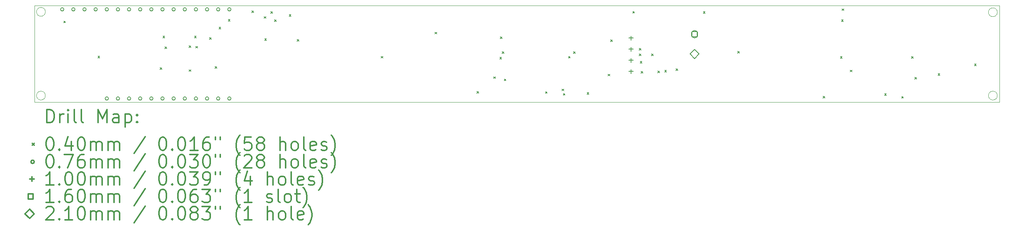
<source format=gbr>
%FSLAX45Y45*%
G04 Gerber Fmt 4.5, Leading zero omitted, Abs format (unit mm)*
G04 Created by KiCad (PCBNEW (5.1.8)-1) date 2020-12-04 09:41:29*
%MOMM*%
%LPD*%
G01*
G04 APERTURE LIST*
%TA.AperFunction,Profile*%
%ADD10C,0.100000*%
%TD*%
%TA.AperFunction,Profile*%
%ADD11C,0.050000*%
%TD*%
%ADD12C,0.200000*%
%ADD13C,0.300000*%
G04 APERTURE END LIST*
D10*
X4251000Y-8140000D02*
G75*
G03*
X4251000Y-8140000I-101000J0D01*
G01*
X25951000Y-10050000D02*
G75*
G03*
X25951000Y-10050000I-101000J0D01*
G01*
X25951000Y-8150000D02*
G75*
G03*
X25951000Y-8150000I-101000J0D01*
G01*
X4251000Y-10050000D02*
G75*
G03*
X4251000Y-10050000I-101000J0D01*
G01*
D11*
X26000000Y-10200000D02*
X26000000Y-8000000D01*
X4000000Y-10200000D02*
X26000000Y-10200000D01*
X4000000Y-8000000D02*
X4000000Y-10200000D01*
X26000000Y-8000000D02*
X4000000Y-8000000D01*
D12*
X4670000Y-8350000D02*
X4710000Y-8390000D01*
X4710000Y-8350000D02*
X4670000Y-8390000D01*
X5449582Y-9150320D02*
X5489582Y-9190320D01*
X5489582Y-9150320D02*
X5449582Y-9190320D01*
X6870000Y-9410000D02*
X6910000Y-9450000D01*
X6910000Y-9410000D02*
X6870000Y-9450000D01*
X6929995Y-8690648D02*
X6969995Y-8730648D01*
X6969995Y-8690648D02*
X6929995Y-8730648D01*
X6980000Y-8940000D02*
X7020000Y-8980000D01*
X7020000Y-8940000D02*
X6980000Y-8980000D01*
X7527285Y-9460285D02*
X7567285Y-9500285D01*
X7567285Y-9460285D02*
X7527285Y-9500285D01*
X7527286Y-8911235D02*
X7567286Y-8951235D01*
X7567286Y-8911235D02*
X7527286Y-8951235D01*
X7650000Y-8690648D02*
X7690000Y-8730648D01*
X7690000Y-8690648D02*
X7650000Y-8730648D01*
X7680305Y-8925353D02*
X7720305Y-8965353D01*
X7720305Y-8925353D02*
X7680305Y-8965353D01*
X7990000Y-8730000D02*
X8030000Y-8770000D01*
X8030000Y-8730000D02*
X7990000Y-8770000D01*
X8120000Y-9390000D02*
X8160000Y-9430000D01*
X8160000Y-9390000D02*
X8120000Y-9430000D01*
X8210000Y-8490000D02*
X8250000Y-8530000D01*
X8250000Y-8490000D02*
X8210000Y-8530000D01*
X8420000Y-8310000D02*
X8460000Y-8350000D01*
X8460000Y-8310000D02*
X8420000Y-8350000D01*
X8960000Y-8114997D02*
X9000000Y-8154997D01*
X9000000Y-8114997D02*
X8960000Y-8154997D01*
X9237282Y-8248679D02*
X9277282Y-8288679D01*
X9277282Y-8248679D02*
X9237282Y-8288679D01*
X9250000Y-8750000D02*
X9290000Y-8790000D01*
X9290000Y-8750000D02*
X9250000Y-8790000D01*
X9390000Y-8132502D02*
X9430000Y-8172502D01*
X9430000Y-8132502D02*
X9390000Y-8172502D01*
X9475001Y-8322505D02*
X9515001Y-8362505D01*
X9515001Y-8322505D02*
X9475001Y-8362505D01*
X9810000Y-8200000D02*
X9850000Y-8240000D01*
X9850000Y-8200000D02*
X9810000Y-8240000D01*
X9990000Y-8770000D02*
X10030000Y-8810000D01*
X10030000Y-8770000D02*
X9990000Y-8810000D01*
X11905000Y-9155000D02*
X11945000Y-9195000D01*
X11945000Y-9155000D02*
X11905000Y-9195000D01*
X13135000Y-8605000D02*
X13175000Y-8645000D01*
X13175000Y-8605000D02*
X13135000Y-8645000D01*
X14090735Y-9955677D02*
X14130735Y-9995677D01*
X14130735Y-9955677D02*
X14090735Y-9995677D01*
X14470000Y-9620000D02*
X14510000Y-9660000D01*
X14510000Y-9620000D02*
X14470000Y-9660000D01*
X14610495Y-9177331D02*
X14650495Y-9217331D01*
X14650495Y-9177331D02*
X14610495Y-9217331D01*
X14620000Y-8710000D02*
X14660000Y-8750000D01*
X14660000Y-8710000D02*
X14620000Y-8750000D01*
X14664600Y-9051105D02*
X14704600Y-9091105D01*
X14704600Y-9051105D02*
X14664600Y-9091105D01*
X14712260Y-9669999D02*
X14752260Y-9709999D01*
X14752260Y-9669999D02*
X14712260Y-9709999D01*
X15650000Y-9960000D02*
X15690000Y-10000000D01*
X15690000Y-9960000D02*
X15650000Y-10000000D01*
X16030000Y-9900000D02*
X16070000Y-9940000D01*
X16070000Y-9900000D02*
X16030000Y-9940000D01*
X16058099Y-10000679D02*
X16098099Y-10040679D01*
X16098099Y-10000679D02*
X16058099Y-10040679D01*
X16175000Y-9155000D02*
X16215000Y-9195000D01*
X16215000Y-9155000D02*
X16175000Y-9195000D01*
X16290000Y-9050000D02*
X16330000Y-9090000D01*
X16330000Y-9050000D02*
X16290000Y-9090000D01*
X16600000Y-9982495D02*
X16640000Y-10022495D01*
X16640000Y-9982495D02*
X16600000Y-10022495D01*
X17080240Y-9559760D02*
X17120240Y-9599760D01*
X17120240Y-9559760D02*
X17080240Y-9599760D01*
X17140000Y-8780000D02*
X17180000Y-8820000D01*
X17180000Y-8780000D02*
X17140000Y-8820000D01*
X17640000Y-8130000D02*
X17680000Y-8170000D01*
X17680000Y-8130000D02*
X17640000Y-8170000D01*
X17790000Y-8970000D02*
X17830000Y-9010000D01*
X17830000Y-8970000D02*
X17790000Y-9010000D01*
X17790000Y-9100000D02*
X17830000Y-9140000D01*
X17830000Y-9100000D02*
X17790000Y-9140000D01*
X17810000Y-9270000D02*
X17850000Y-9310000D01*
X17850000Y-9270000D02*
X17810000Y-9310000D01*
X17830000Y-9500000D02*
X17870000Y-9540000D01*
X17870000Y-9500000D02*
X17830000Y-9540000D01*
X18070000Y-9100000D02*
X18110000Y-9140000D01*
X18110000Y-9100000D02*
X18070000Y-9140000D01*
X18210000Y-9487499D02*
X18250000Y-9527499D01*
X18250000Y-9487499D02*
X18210000Y-9527499D01*
X18370000Y-9470000D02*
X18410000Y-9510000D01*
X18410000Y-9470000D02*
X18370000Y-9510000D01*
X18630000Y-9440000D02*
X18670000Y-9480000D01*
X18670000Y-9440000D02*
X18630000Y-9480000D01*
X19250364Y-8132501D02*
X19290364Y-8172501D01*
X19290364Y-8132501D02*
X19250364Y-8172501D01*
X20030000Y-9040000D02*
X20070000Y-9080000D01*
X20070000Y-9040000D02*
X20030000Y-9080000D01*
X21981218Y-10066323D02*
X22021218Y-10106323D01*
X22021218Y-10066323D02*
X21981218Y-10106323D01*
X22372959Y-9160000D02*
X22412959Y-9200000D01*
X22412959Y-9160000D02*
X22372959Y-9200000D01*
X22400000Y-8320000D02*
X22440000Y-8360000D01*
X22440000Y-8320000D02*
X22400000Y-8360000D01*
X22410000Y-8070000D02*
X22450000Y-8110000D01*
X22450000Y-8070000D02*
X22410000Y-8110000D01*
X22595526Y-9467501D02*
X22635526Y-9507501D01*
X22635526Y-9467501D02*
X22595526Y-9507501D01*
X23380065Y-10007499D02*
X23420065Y-10047499D01*
X23420065Y-10007499D02*
X23380065Y-10047499D01*
X23770000Y-10070000D02*
X23810000Y-10110000D01*
X23810000Y-10070000D02*
X23770000Y-10110000D01*
X23992959Y-9160000D02*
X24032959Y-9200000D01*
X24032959Y-9160000D02*
X23992959Y-9200000D01*
X24070216Y-9632501D02*
X24110216Y-9672501D01*
X24110216Y-9632501D02*
X24070216Y-9672501D01*
X24600000Y-9550000D02*
X24640000Y-9590000D01*
X24640000Y-9550000D02*
X24600000Y-9590000D01*
X25430000Y-9330000D02*
X25470000Y-9370000D01*
X25470000Y-9330000D02*
X25430000Y-9370000D01*
X4673100Y-8084000D02*
G75*
G03*
X4673100Y-8084000I-38100J0D01*
G01*
X4927100Y-8084000D02*
G75*
G03*
X4927100Y-8084000I-38100J0D01*
G01*
X5181100Y-8084000D02*
G75*
G03*
X5181100Y-8084000I-38100J0D01*
G01*
X5435100Y-8084000D02*
G75*
G03*
X5435100Y-8084000I-38100J0D01*
G01*
X5689100Y-8084000D02*
G75*
G03*
X5689100Y-8084000I-38100J0D01*
G01*
X5689100Y-10116000D02*
G75*
G03*
X5689100Y-10116000I-38100J0D01*
G01*
X5943100Y-8084000D02*
G75*
G03*
X5943100Y-8084000I-38100J0D01*
G01*
X5943100Y-10116000D02*
G75*
G03*
X5943100Y-10116000I-38100J0D01*
G01*
X6197100Y-8084000D02*
G75*
G03*
X6197100Y-8084000I-38100J0D01*
G01*
X6197100Y-10116000D02*
G75*
G03*
X6197100Y-10116000I-38100J0D01*
G01*
X6451100Y-8084000D02*
G75*
G03*
X6451100Y-8084000I-38100J0D01*
G01*
X6451100Y-10116000D02*
G75*
G03*
X6451100Y-10116000I-38100J0D01*
G01*
X6705100Y-8084000D02*
G75*
G03*
X6705100Y-8084000I-38100J0D01*
G01*
X6705100Y-10116000D02*
G75*
G03*
X6705100Y-10116000I-38100J0D01*
G01*
X6959100Y-8084000D02*
G75*
G03*
X6959100Y-8084000I-38100J0D01*
G01*
X6959100Y-10116000D02*
G75*
G03*
X6959100Y-10116000I-38100J0D01*
G01*
X7213100Y-8084000D02*
G75*
G03*
X7213100Y-8084000I-38100J0D01*
G01*
X7213100Y-10116000D02*
G75*
G03*
X7213100Y-10116000I-38100J0D01*
G01*
X7467100Y-8084000D02*
G75*
G03*
X7467100Y-8084000I-38100J0D01*
G01*
X7467100Y-10116000D02*
G75*
G03*
X7467100Y-10116000I-38100J0D01*
G01*
X7721100Y-8084000D02*
G75*
G03*
X7721100Y-8084000I-38100J0D01*
G01*
X7721100Y-10116000D02*
G75*
G03*
X7721100Y-10116000I-38100J0D01*
G01*
X7975100Y-8084000D02*
G75*
G03*
X7975100Y-8084000I-38100J0D01*
G01*
X7975100Y-10116000D02*
G75*
G03*
X7975100Y-10116000I-38100J0D01*
G01*
X8229100Y-8084000D02*
G75*
G03*
X8229100Y-8084000I-38100J0D01*
G01*
X8229100Y-10116000D02*
G75*
G03*
X8229100Y-10116000I-38100J0D01*
G01*
X8483100Y-8084000D02*
G75*
G03*
X8483100Y-8084000I-38100J0D01*
G01*
X8483100Y-10116000D02*
G75*
G03*
X8483100Y-10116000I-38100J0D01*
G01*
X17600000Y-8688000D02*
X17600000Y-8788000D01*
X17550000Y-8738000D02*
X17650000Y-8738000D01*
X17600000Y-8942000D02*
X17600000Y-9042000D01*
X17550000Y-8992000D02*
X17650000Y-8992000D01*
X17600000Y-9196000D02*
X17600000Y-9296000D01*
X17550000Y-9246000D02*
X17650000Y-9246000D01*
X17600000Y-9450000D02*
X17600000Y-9550000D01*
X17550000Y-9500000D02*
X17650000Y-9500000D01*
X19106569Y-8706569D02*
X19106569Y-8593431D01*
X18993431Y-8593431D01*
X18993431Y-8706569D01*
X19106569Y-8706569D01*
X18980000Y-8635000D02*
X18980000Y-8665000D01*
X19120000Y-8635000D02*
X19120000Y-8665000D01*
X18980000Y-8665000D02*
G75*
G03*
X19120000Y-8665000I70000J0D01*
G01*
X19120000Y-8635000D02*
G75*
G03*
X18980000Y-8635000I-70000J0D01*
G01*
X19050000Y-9205000D02*
X19155000Y-9100000D01*
X19050000Y-8995000D01*
X18945000Y-9100000D01*
X19050000Y-9205000D01*
D13*
X4283928Y-10668214D02*
X4283928Y-10368214D01*
X4355357Y-10368214D01*
X4398214Y-10382500D01*
X4426786Y-10411072D01*
X4441071Y-10439643D01*
X4455357Y-10496786D01*
X4455357Y-10539643D01*
X4441071Y-10596786D01*
X4426786Y-10625357D01*
X4398214Y-10653929D01*
X4355357Y-10668214D01*
X4283928Y-10668214D01*
X4583928Y-10668214D02*
X4583928Y-10468214D01*
X4583928Y-10525357D02*
X4598214Y-10496786D01*
X4612500Y-10482500D01*
X4641071Y-10468214D01*
X4669643Y-10468214D01*
X4769643Y-10668214D02*
X4769643Y-10468214D01*
X4769643Y-10368214D02*
X4755357Y-10382500D01*
X4769643Y-10396786D01*
X4783928Y-10382500D01*
X4769643Y-10368214D01*
X4769643Y-10396786D01*
X4955357Y-10668214D02*
X4926786Y-10653929D01*
X4912500Y-10625357D01*
X4912500Y-10368214D01*
X5112500Y-10668214D02*
X5083928Y-10653929D01*
X5069643Y-10625357D01*
X5069643Y-10368214D01*
X5455357Y-10668214D02*
X5455357Y-10368214D01*
X5555357Y-10582500D01*
X5655357Y-10368214D01*
X5655357Y-10668214D01*
X5926786Y-10668214D02*
X5926786Y-10511072D01*
X5912500Y-10482500D01*
X5883928Y-10468214D01*
X5826786Y-10468214D01*
X5798214Y-10482500D01*
X5926786Y-10653929D02*
X5898214Y-10668214D01*
X5826786Y-10668214D01*
X5798214Y-10653929D01*
X5783928Y-10625357D01*
X5783928Y-10596786D01*
X5798214Y-10568214D01*
X5826786Y-10553929D01*
X5898214Y-10553929D01*
X5926786Y-10539643D01*
X6069643Y-10468214D02*
X6069643Y-10768214D01*
X6069643Y-10482500D02*
X6098214Y-10468214D01*
X6155357Y-10468214D01*
X6183928Y-10482500D01*
X6198214Y-10496786D01*
X6212500Y-10525357D01*
X6212500Y-10611072D01*
X6198214Y-10639643D01*
X6183928Y-10653929D01*
X6155357Y-10668214D01*
X6098214Y-10668214D01*
X6069643Y-10653929D01*
X6341071Y-10639643D02*
X6355357Y-10653929D01*
X6341071Y-10668214D01*
X6326786Y-10653929D01*
X6341071Y-10639643D01*
X6341071Y-10668214D01*
X6341071Y-10482500D02*
X6355357Y-10496786D01*
X6341071Y-10511072D01*
X6326786Y-10496786D01*
X6341071Y-10482500D01*
X6341071Y-10511072D01*
X3957500Y-11142500D02*
X3997500Y-11182500D01*
X3997500Y-11142500D02*
X3957500Y-11182500D01*
X4341071Y-10998214D02*
X4369643Y-10998214D01*
X4398214Y-11012500D01*
X4412500Y-11026786D01*
X4426786Y-11055357D01*
X4441071Y-11112500D01*
X4441071Y-11183929D01*
X4426786Y-11241071D01*
X4412500Y-11269643D01*
X4398214Y-11283929D01*
X4369643Y-11298214D01*
X4341071Y-11298214D01*
X4312500Y-11283929D01*
X4298214Y-11269643D01*
X4283928Y-11241071D01*
X4269643Y-11183929D01*
X4269643Y-11112500D01*
X4283928Y-11055357D01*
X4298214Y-11026786D01*
X4312500Y-11012500D01*
X4341071Y-10998214D01*
X4569643Y-11269643D02*
X4583928Y-11283929D01*
X4569643Y-11298214D01*
X4555357Y-11283929D01*
X4569643Y-11269643D01*
X4569643Y-11298214D01*
X4841071Y-11098214D02*
X4841071Y-11298214D01*
X4769643Y-10983929D02*
X4698214Y-11198214D01*
X4883928Y-11198214D01*
X5055357Y-10998214D02*
X5083928Y-10998214D01*
X5112500Y-11012500D01*
X5126786Y-11026786D01*
X5141071Y-11055357D01*
X5155357Y-11112500D01*
X5155357Y-11183929D01*
X5141071Y-11241071D01*
X5126786Y-11269643D01*
X5112500Y-11283929D01*
X5083928Y-11298214D01*
X5055357Y-11298214D01*
X5026786Y-11283929D01*
X5012500Y-11269643D01*
X4998214Y-11241071D01*
X4983928Y-11183929D01*
X4983928Y-11112500D01*
X4998214Y-11055357D01*
X5012500Y-11026786D01*
X5026786Y-11012500D01*
X5055357Y-10998214D01*
X5283928Y-11298214D02*
X5283928Y-11098214D01*
X5283928Y-11126786D02*
X5298214Y-11112500D01*
X5326786Y-11098214D01*
X5369643Y-11098214D01*
X5398214Y-11112500D01*
X5412500Y-11141072D01*
X5412500Y-11298214D01*
X5412500Y-11141072D02*
X5426786Y-11112500D01*
X5455357Y-11098214D01*
X5498214Y-11098214D01*
X5526786Y-11112500D01*
X5541071Y-11141072D01*
X5541071Y-11298214D01*
X5683928Y-11298214D02*
X5683928Y-11098214D01*
X5683928Y-11126786D02*
X5698214Y-11112500D01*
X5726786Y-11098214D01*
X5769643Y-11098214D01*
X5798214Y-11112500D01*
X5812500Y-11141072D01*
X5812500Y-11298214D01*
X5812500Y-11141072D02*
X5826786Y-11112500D01*
X5855357Y-11098214D01*
X5898214Y-11098214D01*
X5926786Y-11112500D01*
X5941071Y-11141072D01*
X5941071Y-11298214D01*
X6526786Y-10983929D02*
X6269643Y-11369643D01*
X6912500Y-10998214D02*
X6941071Y-10998214D01*
X6969643Y-11012500D01*
X6983928Y-11026786D01*
X6998214Y-11055357D01*
X7012500Y-11112500D01*
X7012500Y-11183929D01*
X6998214Y-11241071D01*
X6983928Y-11269643D01*
X6969643Y-11283929D01*
X6941071Y-11298214D01*
X6912500Y-11298214D01*
X6883928Y-11283929D01*
X6869643Y-11269643D01*
X6855357Y-11241071D01*
X6841071Y-11183929D01*
X6841071Y-11112500D01*
X6855357Y-11055357D01*
X6869643Y-11026786D01*
X6883928Y-11012500D01*
X6912500Y-10998214D01*
X7141071Y-11269643D02*
X7155357Y-11283929D01*
X7141071Y-11298214D01*
X7126786Y-11283929D01*
X7141071Y-11269643D01*
X7141071Y-11298214D01*
X7341071Y-10998214D02*
X7369643Y-10998214D01*
X7398214Y-11012500D01*
X7412500Y-11026786D01*
X7426786Y-11055357D01*
X7441071Y-11112500D01*
X7441071Y-11183929D01*
X7426786Y-11241071D01*
X7412500Y-11269643D01*
X7398214Y-11283929D01*
X7369643Y-11298214D01*
X7341071Y-11298214D01*
X7312500Y-11283929D01*
X7298214Y-11269643D01*
X7283928Y-11241071D01*
X7269643Y-11183929D01*
X7269643Y-11112500D01*
X7283928Y-11055357D01*
X7298214Y-11026786D01*
X7312500Y-11012500D01*
X7341071Y-10998214D01*
X7726786Y-11298214D02*
X7555357Y-11298214D01*
X7641071Y-11298214D02*
X7641071Y-10998214D01*
X7612500Y-11041072D01*
X7583928Y-11069643D01*
X7555357Y-11083929D01*
X7983928Y-10998214D02*
X7926786Y-10998214D01*
X7898214Y-11012500D01*
X7883928Y-11026786D01*
X7855357Y-11069643D01*
X7841071Y-11126786D01*
X7841071Y-11241071D01*
X7855357Y-11269643D01*
X7869643Y-11283929D01*
X7898214Y-11298214D01*
X7955357Y-11298214D01*
X7983928Y-11283929D01*
X7998214Y-11269643D01*
X8012500Y-11241071D01*
X8012500Y-11169643D01*
X7998214Y-11141072D01*
X7983928Y-11126786D01*
X7955357Y-11112500D01*
X7898214Y-11112500D01*
X7869643Y-11126786D01*
X7855357Y-11141072D01*
X7841071Y-11169643D01*
X8126786Y-10998214D02*
X8126786Y-11055357D01*
X8241071Y-10998214D02*
X8241071Y-11055357D01*
X8683928Y-11412500D02*
X8669643Y-11398214D01*
X8641071Y-11355357D01*
X8626786Y-11326786D01*
X8612500Y-11283929D01*
X8598214Y-11212500D01*
X8598214Y-11155357D01*
X8612500Y-11083929D01*
X8626786Y-11041072D01*
X8641071Y-11012500D01*
X8669643Y-10969643D01*
X8683928Y-10955357D01*
X8941071Y-10998214D02*
X8798214Y-10998214D01*
X8783928Y-11141072D01*
X8798214Y-11126786D01*
X8826786Y-11112500D01*
X8898214Y-11112500D01*
X8926786Y-11126786D01*
X8941071Y-11141072D01*
X8955357Y-11169643D01*
X8955357Y-11241071D01*
X8941071Y-11269643D01*
X8926786Y-11283929D01*
X8898214Y-11298214D01*
X8826786Y-11298214D01*
X8798214Y-11283929D01*
X8783928Y-11269643D01*
X9126786Y-11126786D02*
X9098214Y-11112500D01*
X9083928Y-11098214D01*
X9069643Y-11069643D01*
X9069643Y-11055357D01*
X9083928Y-11026786D01*
X9098214Y-11012500D01*
X9126786Y-10998214D01*
X9183928Y-10998214D01*
X9212500Y-11012500D01*
X9226786Y-11026786D01*
X9241071Y-11055357D01*
X9241071Y-11069643D01*
X9226786Y-11098214D01*
X9212500Y-11112500D01*
X9183928Y-11126786D01*
X9126786Y-11126786D01*
X9098214Y-11141072D01*
X9083928Y-11155357D01*
X9069643Y-11183929D01*
X9069643Y-11241071D01*
X9083928Y-11269643D01*
X9098214Y-11283929D01*
X9126786Y-11298214D01*
X9183928Y-11298214D01*
X9212500Y-11283929D01*
X9226786Y-11269643D01*
X9241071Y-11241071D01*
X9241071Y-11183929D01*
X9226786Y-11155357D01*
X9212500Y-11141072D01*
X9183928Y-11126786D01*
X9598214Y-11298214D02*
X9598214Y-10998214D01*
X9726786Y-11298214D02*
X9726786Y-11141072D01*
X9712500Y-11112500D01*
X9683928Y-11098214D01*
X9641071Y-11098214D01*
X9612500Y-11112500D01*
X9598214Y-11126786D01*
X9912500Y-11298214D02*
X9883928Y-11283929D01*
X9869643Y-11269643D01*
X9855357Y-11241071D01*
X9855357Y-11155357D01*
X9869643Y-11126786D01*
X9883928Y-11112500D01*
X9912500Y-11098214D01*
X9955357Y-11098214D01*
X9983928Y-11112500D01*
X9998214Y-11126786D01*
X10012500Y-11155357D01*
X10012500Y-11241071D01*
X9998214Y-11269643D01*
X9983928Y-11283929D01*
X9955357Y-11298214D01*
X9912500Y-11298214D01*
X10183928Y-11298214D02*
X10155357Y-11283929D01*
X10141071Y-11255357D01*
X10141071Y-10998214D01*
X10412500Y-11283929D02*
X10383928Y-11298214D01*
X10326786Y-11298214D01*
X10298214Y-11283929D01*
X10283928Y-11255357D01*
X10283928Y-11141072D01*
X10298214Y-11112500D01*
X10326786Y-11098214D01*
X10383928Y-11098214D01*
X10412500Y-11112500D01*
X10426786Y-11141072D01*
X10426786Y-11169643D01*
X10283928Y-11198214D01*
X10541071Y-11283929D02*
X10569643Y-11298214D01*
X10626786Y-11298214D01*
X10655357Y-11283929D01*
X10669643Y-11255357D01*
X10669643Y-11241071D01*
X10655357Y-11212500D01*
X10626786Y-11198214D01*
X10583928Y-11198214D01*
X10555357Y-11183929D01*
X10541071Y-11155357D01*
X10541071Y-11141072D01*
X10555357Y-11112500D01*
X10583928Y-11098214D01*
X10626786Y-11098214D01*
X10655357Y-11112500D01*
X10769643Y-11412500D02*
X10783928Y-11398214D01*
X10812500Y-11355357D01*
X10826786Y-11326786D01*
X10841071Y-11283929D01*
X10855357Y-11212500D01*
X10855357Y-11155357D01*
X10841071Y-11083929D01*
X10826786Y-11041072D01*
X10812500Y-11012500D01*
X10783928Y-10969643D01*
X10769643Y-10955357D01*
X3997500Y-11558500D02*
G75*
G03*
X3997500Y-11558500I-38100J0D01*
G01*
X4341071Y-11394214D02*
X4369643Y-11394214D01*
X4398214Y-11408500D01*
X4412500Y-11422786D01*
X4426786Y-11451357D01*
X4441071Y-11508500D01*
X4441071Y-11579929D01*
X4426786Y-11637071D01*
X4412500Y-11665643D01*
X4398214Y-11679929D01*
X4369643Y-11694214D01*
X4341071Y-11694214D01*
X4312500Y-11679929D01*
X4298214Y-11665643D01*
X4283928Y-11637071D01*
X4269643Y-11579929D01*
X4269643Y-11508500D01*
X4283928Y-11451357D01*
X4298214Y-11422786D01*
X4312500Y-11408500D01*
X4341071Y-11394214D01*
X4569643Y-11665643D02*
X4583928Y-11679929D01*
X4569643Y-11694214D01*
X4555357Y-11679929D01*
X4569643Y-11665643D01*
X4569643Y-11694214D01*
X4683928Y-11394214D02*
X4883928Y-11394214D01*
X4755357Y-11694214D01*
X5126786Y-11394214D02*
X5069643Y-11394214D01*
X5041071Y-11408500D01*
X5026786Y-11422786D01*
X4998214Y-11465643D01*
X4983928Y-11522786D01*
X4983928Y-11637071D01*
X4998214Y-11665643D01*
X5012500Y-11679929D01*
X5041071Y-11694214D01*
X5098214Y-11694214D01*
X5126786Y-11679929D01*
X5141071Y-11665643D01*
X5155357Y-11637071D01*
X5155357Y-11565643D01*
X5141071Y-11537071D01*
X5126786Y-11522786D01*
X5098214Y-11508500D01*
X5041071Y-11508500D01*
X5012500Y-11522786D01*
X4998214Y-11537071D01*
X4983928Y-11565643D01*
X5283928Y-11694214D02*
X5283928Y-11494214D01*
X5283928Y-11522786D02*
X5298214Y-11508500D01*
X5326786Y-11494214D01*
X5369643Y-11494214D01*
X5398214Y-11508500D01*
X5412500Y-11537071D01*
X5412500Y-11694214D01*
X5412500Y-11537071D02*
X5426786Y-11508500D01*
X5455357Y-11494214D01*
X5498214Y-11494214D01*
X5526786Y-11508500D01*
X5541071Y-11537071D01*
X5541071Y-11694214D01*
X5683928Y-11694214D02*
X5683928Y-11494214D01*
X5683928Y-11522786D02*
X5698214Y-11508500D01*
X5726786Y-11494214D01*
X5769643Y-11494214D01*
X5798214Y-11508500D01*
X5812500Y-11537071D01*
X5812500Y-11694214D01*
X5812500Y-11537071D02*
X5826786Y-11508500D01*
X5855357Y-11494214D01*
X5898214Y-11494214D01*
X5926786Y-11508500D01*
X5941071Y-11537071D01*
X5941071Y-11694214D01*
X6526786Y-11379929D02*
X6269643Y-11765643D01*
X6912500Y-11394214D02*
X6941071Y-11394214D01*
X6969643Y-11408500D01*
X6983928Y-11422786D01*
X6998214Y-11451357D01*
X7012500Y-11508500D01*
X7012500Y-11579929D01*
X6998214Y-11637071D01*
X6983928Y-11665643D01*
X6969643Y-11679929D01*
X6941071Y-11694214D01*
X6912500Y-11694214D01*
X6883928Y-11679929D01*
X6869643Y-11665643D01*
X6855357Y-11637071D01*
X6841071Y-11579929D01*
X6841071Y-11508500D01*
X6855357Y-11451357D01*
X6869643Y-11422786D01*
X6883928Y-11408500D01*
X6912500Y-11394214D01*
X7141071Y-11665643D02*
X7155357Y-11679929D01*
X7141071Y-11694214D01*
X7126786Y-11679929D01*
X7141071Y-11665643D01*
X7141071Y-11694214D01*
X7341071Y-11394214D02*
X7369643Y-11394214D01*
X7398214Y-11408500D01*
X7412500Y-11422786D01*
X7426786Y-11451357D01*
X7441071Y-11508500D01*
X7441071Y-11579929D01*
X7426786Y-11637071D01*
X7412500Y-11665643D01*
X7398214Y-11679929D01*
X7369643Y-11694214D01*
X7341071Y-11694214D01*
X7312500Y-11679929D01*
X7298214Y-11665643D01*
X7283928Y-11637071D01*
X7269643Y-11579929D01*
X7269643Y-11508500D01*
X7283928Y-11451357D01*
X7298214Y-11422786D01*
X7312500Y-11408500D01*
X7341071Y-11394214D01*
X7541071Y-11394214D02*
X7726786Y-11394214D01*
X7626786Y-11508500D01*
X7669643Y-11508500D01*
X7698214Y-11522786D01*
X7712500Y-11537071D01*
X7726786Y-11565643D01*
X7726786Y-11637071D01*
X7712500Y-11665643D01*
X7698214Y-11679929D01*
X7669643Y-11694214D01*
X7583928Y-11694214D01*
X7555357Y-11679929D01*
X7541071Y-11665643D01*
X7912500Y-11394214D02*
X7941071Y-11394214D01*
X7969643Y-11408500D01*
X7983928Y-11422786D01*
X7998214Y-11451357D01*
X8012500Y-11508500D01*
X8012500Y-11579929D01*
X7998214Y-11637071D01*
X7983928Y-11665643D01*
X7969643Y-11679929D01*
X7941071Y-11694214D01*
X7912500Y-11694214D01*
X7883928Y-11679929D01*
X7869643Y-11665643D01*
X7855357Y-11637071D01*
X7841071Y-11579929D01*
X7841071Y-11508500D01*
X7855357Y-11451357D01*
X7869643Y-11422786D01*
X7883928Y-11408500D01*
X7912500Y-11394214D01*
X8126786Y-11394214D02*
X8126786Y-11451357D01*
X8241071Y-11394214D02*
X8241071Y-11451357D01*
X8683928Y-11808500D02*
X8669643Y-11794214D01*
X8641071Y-11751357D01*
X8626786Y-11722786D01*
X8612500Y-11679929D01*
X8598214Y-11608500D01*
X8598214Y-11551357D01*
X8612500Y-11479929D01*
X8626786Y-11437071D01*
X8641071Y-11408500D01*
X8669643Y-11365643D01*
X8683928Y-11351357D01*
X8783928Y-11422786D02*
X8798214Y-11408500D01*
X8826786Y-11394214D01*
X8898214Y-11394214D01*
X8926786Y-11408500D01*
X8941071Y-11422786D01*
X8955357Y-11451357D01*
X8955357Y-11479929D01*
X8941071Y-11522786D01*
X8769643Y-11694214D01*
X8955357Y-11694214D01*
X9126786Y-11522786D02*
X9098214Y-11508500D01*
X9083928Y-11494214D01*
X9069643Y-11465643D01*
X9069643Y-11451357D01*
X9083928Y-11422786D01*
X9098214Y-11408500D01*
X9126786Y-11394214D01*
X9183928Y-11394214D01*
X9212500Y-11408500D01*
X9226786Y-11422786D01*
X9241071Y-11451357D01*
X9241071Y-11465643D01*
X9226786Y-11494214D01*
X9212500Y-11508500D01*
X9183928Y-11522786D01*
X9126786Y-11522786D01*
X9098214Y-11537071D01*
X9083928Y-11551357D01*
X9069643Y-11579929D01*
X9069643Y-11637071D01*
X9083928Y-11665643D01*
X9098214Y-11679929D01*
X9126786Y-11694214D01*
X9183928Y-11694214D01*
X9212500Y-11679929D01*
X9226786Y-11665643D01*
X9241071Y-11637071D01*
X9241071Y-11579929D01*
X9226786Y-11551357D01*
X9212500Y-11537071D01*
X9183928Y-11522786D01*
X9598214Y-11694214D02*
X9598214Y-11394214D01*
X9726786Y-11694214D02*
X9726786Y-11537071D01*
X9712500Y-11508500D01*
X9683928Y-11494214D01*
X9641071Y-11494214D01*
X9612500Y-11508500D01*
X9598214Y-11522786D01*
X9912500Y-11694214D02*
X9883928Y-11679929D01*
X9869643Y-11665643D01*
X9855357Y-11637071D01*
X9855357Y-11551357D01*
X9869643Y-11522786D01*
X9883928Y-11508500D01*
X9912500Y-11494214D01*
X9955357Y-11494214D01*
X9983928Y-11508500D01*
X9998214Y-11522786D01*
X10012500Y-11551357D01*
X10012500Y-11637071D01*
X9998214Y-11665643D01*
X9983928Y-11679929D01*
X9955357Y-11694214D01*
X9912500Y-11694214D01*
X10183928Y-11694214D02*
X10155357Y-11679929D01*
X10141071Y-11651357D01*
X10141071Y-11394214D01*
X10412500Y-11679929D02*
X10383928Y-11694214D01*
X10326786Y-11694214D01*
X10298214Y-11679929D01*
X10283928Y-11651357D01*
X10283928Y-11537071D01*
X10298214Y-11508500D01*
X10326786Y-11494214D01*
X10383928Y-11494214D01*
X10412500Y-11508500D01*
X10426786Y-11537071D01*
X10426786Y-11565643D01*
X10283928Y-11594214D01*
X10541071Y-11679929D02*
X10569643Y-11694214D01*
X10626786Y-11694214D01*
X10655357Y-11679929D01*
X10669643Y-11651357D01*
X10669643Y-11637071D01*
X10655357Y-11608500D01*
X10626786Y-11594214D01*
X10583928Y-11594214D01*
X10555357Y-11579929D01*
X10541071Y-11551357D01*
X10541071Y-11537071D01*
X10555357Y-11508500D01*
X10583928Y-11494214D01*
X10626786Y-11494214D01*
X10655357Y-11508500D01*
X10769643Y-11808500D02*
X10783928Y-11794214D01*
X10812500Y-11751357D01*
X10826786Y-11722786D01*
X10841071Y-11679929D01*
X10855357Y-11608500D01*
X10855357Y-11551357D01*
X10841071Y-11479929D01*
X10826786Y-11437071D01*
X10812500Y-11408500D01*
X10783928Y-11365643D01*
X10769643Y-11351357D01*
X3947500Y-11904500D02*
X3947500Y-12004500D01*
X3897500Y-11954500D02*
X3997500Y-11954500D01*
X4441071Y-12090214D02*
X4269643Y-12090214D01*
X4355357Y-12090214D02*
X4355357Y-11790214D01*
X4326786Y-11833071D01*
X4298214Y-11861643D01*
X4269643Y-11875929D01*
X4569643Y-12061643D02*
X4583928Y-12075929D01*
X4569643Y-12090214D01*
X4555357Y-12075929D01*
X4569643Y-12061643D01*
X4569643Y-12090214D01*
X4769643Y-11790214D02*
X4798214Y-11790214D01*
X4826786Y-11804500D01*
X4841071Y-11818786D01*
X4855357Y-11847357D01*
X4869643Y-11904500D01*
X4869643Y-11975929D01*
X4855357Y-12033071D01*
X4841071Y-12061643D01*
X4826786Y-12075929D01*
X4798214Y-12090214D01*
X4769643Y-12090214D01*
X4741071Y-12075929D01*
X4726786Y-12061643D01*
X4712500Y-12033071D01*
X4698214Y-11975929D01*
X4698214Y-11904500D01*
X4712500Y-11847357D01*
X4726786Y-11818786D01*
X4741071Y-11804500D01*
X4769643Y-11790214D01*
X5055357Y-11790214D02*
X5083928Y-11790214D01*
X5112500Y-11804500D01*
X5126786Y-11818786D01*
X5141071Y-11847357D01*
X5155357Y-11904500D01*
X5155357Y-11975929D01*
X5141071Y-12033071D01*
X5126786Y-12061643D01*
X5112500Y-12075929D01*
X5083928Y-12090214D01*
X5055357Y-12090214D01*
X5026786Y-12075929D01*
X5012500Y-12061643D01*
X4998214Y-12033071D01*
X4983928Y-11975929D01*
X4983928Y-11904500D01*
X4998214Y-11847357D01*
X5012500Y-11818786D01*
X5026786Y-11804500D01*
X5055357Y-11790214D01*
X5283928Y-12090214D02*
X5283928Y-11890214D01*
X5283928Y-11918786D02*
X5298214Y-11904500D01*
X5326786Y-11890214D01*
X5369643Y-11890214D01*
X5398214Y-11904500D01*
X5412500Y-11933071D01*
X5412500Y-12090214D01*
X5412500Y-11933071D02*
X5426786Y-11904500D01*
X5455357Y-11890214D01*
X5498214Y-11890214D01*
X5526786Y-11904500D01*
X5541071Y-11933071D01*
X5541071Y-12090214D01*
X5683928Y-12090214D02*
X5683928Y-11890214D01*
X5683928Y-11918786D02*
X5698214Y-11904500D01*
X5726786Y-11890214D01*
X5769643Y-11890214D01*
X5798214Y-11904500D01*
X5812500Y-11933071D01*
X5812500Y-12090214D01*
X5812500Y-11933071D02*
X5826786Y-11904500D01*
X5855357Y-11890214D01*
X5898214Y-11890214D01*
X5926786Y-11904500D01*
X5941071Y-11933071D01*
X5941071Y-12090214D01*
X6526786Y-11775929D02*
X6269643Y-12161643D01*
X6912500Y-11790214D02*
X6941071Y-11790214D01*
X6969643Y-11804500D01*
X6983928Y-11818786D01*
X6998214Y-11847357D01*
X7012500Y-11904500D01*
X7012500Y-11975929D01*
X6998214Y-12033071D01*
X6983928Y-12061643D01*
X6969643Y-12075929D01*
X6941071Y-12090214D01*
X6912500Y-12090214D01*
X6883928Y-12075929D01*
X6869643Y-12061643D01*
X6855357Y-12033071D01*
X6841071Y-11975929D01*
X6841071Y-11904500D01*
X6855357Y-11847357D01*
X6869643Y-11818786D01*
X6883928Y-11804500D01*
X6912500Y-11790214D01*
X7141071Y-12061643D02*
X7155357Y-12075929D01*
X7141071Y-12090214D01*
X7126786Y-12075929D01*
X7141071Y-12061643D01*
X7141071Y-12090214D01*
X7341071Y-11790214D02*
X7369643Y-11790214D01*
X7398214Y-11804500D01*
X7412500Y-11818786D01*
X7426786Y-11847357D01*
X7441071Y-11904500D01*
X7441071Y-11975929D01*
X7426786Y-12033071D01*
X7412500Y-12061643D01*
X7398214Y-12075929D01*
X7369643Y-12090214D01*
X7341071Y-12090214D01*
X7312500Y-12075929D01*
X7298214Y-12061643D01*
X7283928Y-12033071D01*
X7269643Y-11975929D01*
X7269643Y-11904500D01*
X7283928Y-11847357D01*
X7298214Y-11818786D01*
X7312500Y-11804500D01*
X7341071Y-11790214D01*
X7541071Y-11790214D02*
X7726786Y-11790214D01*
X7626786Y-11904500D01*
X7669643Y-11904500D01*
X7698214Y-11918786D01*
X7712500Y-11933071D01*
X7726786Y-11961643D01*
X7726786Y-12033071D01*
X7712500Y-12061643D01*
X7698214Y-12075929D01*
X7669643Y-12090214D01*
X7583928Y-12090214D01*
X7555357Y-12075929D01*
X7541071Y-12061643D01*
X7869643Y-12090214D02*
X7926786Y-12090214D01*
X7955357Y-12075929D01*
X7969643Y-12061643D01*
X7998214Y-12018786D01*
X8012500Y-11961643D01*
X8012500Y-11847357D01*
X7998214Y-11818786D01*
X7983928Y-11804500D01*
X7955357Y-11790214D01*
X7898214Y-11790214D01*
X7869643Y-11804500D01*
X7855357Y-11818786D01*
X7841071Y-11847357D01*
X7841071Y-11918786D01*
X7855357Y-11947357D01*
X7869643Y-11961643D01*
X7898214Y-11975929D01*
X7955357Y-11975929D01*
X7983928Y-11961643D01*
X7998214Y-11947357D01*
X8012500Y-11918786D01*
X8126786Y-11790214D02*
X8126786Y-11847357D01*
X8241071Y-11790214D02*
X8241071Y-11847357D01*
X8683928Y-12204500D02*
X8669643Y-12190214D01*
X8641071Y-12147357D01*
X8626786Y-12118786D01*
X8612500Y-12075929D01*
X8598214Y-12004500D01*
X8598214Y-11947357D01*
X8612500Y-11875929D01*
X8626786Y-11833071D01*
X8641071Y-11804500D01*
X8669643Y-11761643D01*
X8683928Y-11747357D01*
X8926786Y-11890214D02*
X8926786Y-12090214D01*
X8855357Y-11775929D02*
X8783928Y-11990214D01*
X8969643Y-11990214D01*
X9312500Y-12090214D02*
X9312500Y-11790214D01*
X9441071Y-12090214D02*
X9441071Y-11933071D01*
X9426786Y-11904500D01*
X9398214Y-11890214D01*
X9355357Y-11890214D01*
X9326786Y-11904500D01*
X9312500Y-11918786D01*
X9626786Y-12090214D02*
X9598214Y-12075929D01*
X9583928Y-12061643D01*
X9569643Y-12033071D01*
X9569643Y-11947357D01*
X9583928Y-11918786D01*
X9598214Y-11904500D01*
X9626786Y-11890214D01*
X9669643Y-11890214D01*
X9698214Y-11904500D01*
X9712500Y-11918786D01*
X9726786Y-11947357D01*
X9726786Y-12033071D01*
X9712500Y-12061643D01*
X9698214Y-12075929D01*
X9669643Y-12090214D01*
X9626786Y-12090214D01*
X9898214Y-12090214D02*
X9869643Y-12075929D01*
X9855357Y-12047357D01*
X9855357Y-11790214D01*
X10126786Y-12075929D02*
X10098214Y-12090214D01*
X10041071Y-12090214D01*
X10012500Y-12075929D01*
X9998214Y-12047357D01*
X9998214Y-11933071D01*
X10012500Y-11904500D01*
X10041071Y-11890214D01*
X10098214Y-11890214D01*
X10126786Y-11904500D01*
X10141071Y-11933071D01*
X10141071Y-11961643D01*
X9998214Y-11990214D01*
X10255357Y-12075929D02*
X10283928Y-12090214D01*
X10341071Y-12090214D01*
X10369643Y-12075929D01*
X10383928Y-12047357D01*
X10383928Y-12033071D01*
X10369643Y-12004500D01*
X10341071Y-11990214D01*
X10298214Y-11990214D01*
X10269643Y-11975929D01*
X10255357Y-11947357D01*
X10255357Y-11933071D01*
X10269643Y-11904500D01*
X10298214Y-11890214D01*
X10341071Y-11890214D01*
X10369643Y-11904500D01*
X10483928Y-12204500D02*
X10498214Y-12190214D01*
X10526786Y-12147357D01*
X10541071Y-12118786D01*
X10555357Y-12075929D01*
X10569643Y-12004500D01*
X10569643Y-11947357D01*
X10555357Y-11875929D01*
X10541071Y-11833071D01*
X10526786Y-11804500D01*
X10498214Y-11761643D01*
X10483928Y-11747357D01*
X3974069Y-12407069D02*
X3974069Y-12293931D01*
X3860931Y-12293931D01*
X3860931Y-12407069D01*
X3974069Y-12407069D01*
X4441071Y-12486214D02*
X4269643Y-12486214D01*
X4355357Y-12486214D02*
X4355357Y-12186214D01*
X4326786Y-12229071D01*
X4298214Y-12257643D01*
X4269643Y-12271929D01*
X4569643Y-12457643D02*
X4583928Y-12471929D01*
X4569643Y-12486214D01*
X4555357Y-12471929D01*
X4569643Y-12457643D01*
X4569643Y-12486214D01*
X4841071Y-12186214D02*
X4783928Y-12186214D01*
X4755357Y-12200500D01*
X4741071Y-12214786D01*
X4712500Y-12257643D01*
X4698214Y-12314786D01*
X4698214Y-12429071D01*
X4712500Y-12457643D01*
X4726786Y-12471929D01*
X4755357Y-12486214D01*
X4812500Y-12486214D01*
X4841071Y-12471929D01*
X4855357Y-12457643D01*
X4869643Y-12429071D01*
X4869643Y-12357643D01*
X4855357Y-12329071D01*
X4841071Y-12314786D01*
X4812500Y-12300500D01*
X4755357Y-12300500D01*
X4726786Y-12314786D01*
X4712500Y-12329071D01*
X4698214Y-12357643D01*
X5055357Y-12186214D02*
X5083928Y-12186214D01*
X5112500Y-12200500D01*
X5126786Y-12214786D01*
X5141071Y-12243357D01*
X5155357Y-12300500D01*
X5155357Y-12371929D01*
X5141071Y-12429071D01*
X5126786Y-12457643D01*
X5112500Y-12471929D01*
X5083928Y-12486214D01*
X5055357Y-12486214D01*
X5026786Y-12471929D01*
X5012500Y-12457643D01*
X4998214Y-12429071D01*
X4983928Y-12371929D01*
X4983928Y-12300500D01*
X4998214Y-12243357D01*
X5012500Y-12214786D01*
X5026786Y-12200500D01*
X5055357Y-12186214D01*
X5283928Y-12486214D02*
X5283928Y-12286214D01*
X5283928Y-12314786D02*
X5298214Y-12300500D01*
X5326786Y-12286214D01*
X5369643Y-12286214D01*
X5398214Y-12300500D01*
X5412500Y-12329071D01*
X5412500Y-12486214D01*
X5412500Y-12329071D02*
X5426786Y-12300500D01*
X5455357Y-12286214D01*
X5498214Y-12286214D01*
X5526786Y-12300500D01*
X5541071Y-12329071D01*
X5541071Y-12486214D01*
X5683928Y-12486214D02*
X5683928Y-12286214D01*
X5683928Y-12314786D02*
X5698214Y-12300500D01*
X5726786Y-12286214D01*
X5769643Y-12286214D01*
X5798214Y-12300500D01*
X5812500Y-12329071D01*
X5812500Y-12486214D01*
X5812500Y-12329071D02*
X5826786Y-12300500D01*
X5855357Y-12286214D01*
X5898214Y-12286214D01*
X5926786Y-12300500D01*
X5941071Y-12329071D01*
X5941071Y-12486214D01*
X6526786Y-12171929D02*
X6269643Y-12557643D01*
X6912500Y-12186214D02*
X6941071Y-12186214D01*
X6969643Y-12200500D01*
X6983928Y-12214786D01*
X6998214Y-12243357D01*
X7012500Y-12300500D01*
X7012500Y-12371929D01*
X6998214Y-12429071D01*
X6983928Y-12457643D01*
X6969643Y-12471929D01*
X6941071Y-12486214D01*
X6912500Y-12486214D01*
X6883928Y-12471929D01*
X6869643Y-12457643D01*
X6855357Y-12429071D01*
X6841071Y-12371929D01*
X6841071Y-12300500D01*
X6855357Y-12243357D01*
X6869643Y-12214786D01*
X6883928Y-12200500D01*
X6912500Y-12186214D01*
X7141071Y-12457643D02*
X7155357Y-12471929D01*
X7141071Y-12486214D01*
X7126786Y-12471929D01*
X7141071Y-12457643D01*
X7141071Y-12486214D01*
X7341071Y-12186214D02*
X7369643Y-12186214D01*
X7398214Y-12200500D01*
X7412500Y-12214786D01*
X7426786Y-12243357D01*
X7441071Y-12300500D01*
X7441071Y-12371929D01*
X7426786Y-12429071D01*
X7412500Y-12457643D01*
X7398214Y-12471929D01*
X7369643Y-12486214D01*
X7341071Y-12486214D01*
X7312500Y-12471929D01*
X7298214Y-12457643D01*
X7283928Y-12429071D01*
X7269643Y-12371929D01*
X7269643Y-12300500D01*
X7283928Y-12243357D01*
X7298214Y-12214786D01*
X7312500Y-12200500D01*
X7341071Y-12186214D01*
X7698214Y-12186214D02*
X7641071Y-12186214D01*
X7612500Y-12200500D01*
X7598214Y-12214786D01*
X7569643Y-12257643D01*
X7555357Y-12314786D01*
X7555357Y-12429071D01*
X7569643Y-12457643D01*
X7583928Y-12471929D01*
X7612500Y-12486214D01*
X7669643Y-12486214D01*
X7698214Y-12471929D01*
X7712500Y-12457643D01*
X7726786Y-12429071D01*
X7726786Y-12357643D01*
X7712500Y-12329071D01*
X7698214Y-12314786D01*
X7669643Y-12300500D01*
X7612500Y-12300500D01*
X7583928Y-12314786D01*
X7569643Y-12329071D01*
X7555357Y-12357643D01*
X7826786Y-12186214D02*
X8012500Y-12186214D01*
X7912500Y-12300500D01*
X7955357Y-12300500D01*
X7983928Y-12314786D01*
X7998214Y-12329071D01*
X8012500Y-12357643D01*
X8012500Y-12429071D01*
X7998214Y-12457643D01*
X7983928Y-12471929D01*
X7955357Y-12486214D01*
X7869643Y-12486214D01*
X7841071Y-12471929D01*
X7826786Y-12457643D01*
X8126786Y-12186214D02*
X8126786Y-12243357D01*
X8241071Y-12186214D02*
X8241071Y-12243357D01*
X8683928Y-12600500D02*
X8669643Y-12586214D01*
X8641071Y-12543357D01*
X8626786Y-12514786D01*
X8612500Y-12471929D01*
X8598214Y-12400500D01*
X8598214Y-12343357D01*
X8612500Y-12271929D01*
X8626786Y-12229071D01*
X8641071Y-12200500D01*
X8669643Y-12157643D01*
X8683928Y-12143357D01*
X8955357Y-12486214D02*
X8783928Y-12486214D01*
X8869643Y-12486214D02*
X8869643Y-12186214D01*
X8841071Y-12229071D01*
X8812500Y-12257643D01*
X8783928Y-12271929D01*
X9298214Y-12471929D02*
X9326786Y-12486214D01*
X9383928Y-12486214D01*
X9412500Y-12471929D01*
X9426786Y-12443357D01*
X9426786Y-12429071D01*
X9412500Y-12400500D01*
X9383928Y-12386214D01*
X9341071Y-12386214D01*
X9312500Y-12371929D01*
X9298214Y-12343357D01*
X9298214Y-12329071D01*
X9312500Y-12300500D01*
X9341071Y-12286214D01*
X9383928Y-12286214D01*
X9412500Y-12300500D01*
X9598214Y-12486214D02*
X9569643Y-12471929D01*
X9555357Y-12443357D01*
X9555357Y-12186214D01*
X9755357Y-12486214D02*
X9726786Y-12471929D01*
X9712500Y-12457643D01*
X9698214Y-12429071D01*
X9698214Y-12343357D01*
X9712500Y-12314786D01*
X9726786Y-12300500D01*
X9755357Y-12286214D01*
X9798214Y-12286214D01*
X9826786Y-12300500D01*
X9841071Y-12314786D01*
X9855357Y-12343357D01*
X9855357Y-12429071D01*
X9841071Y-12457643D01*
X9826786Y-12471929D01*
X9798214Y-12486214D01*
X9755357Y-12486214D01*
X9941071Y-12286214D02*
X10055357Y-12286214D01*
X9983928Y-12186214D02*
X9983928Y-12443357D01*
X9998214Y-12471929D01*
X10026786Y-12486214D01*
X10055357Y-12486214D01*
X10126786Y-12600500D02*
X10141071Y-12586214D01*
X10169643Y-12543357D01*
X10183928Y-12514786D01*
X10198214Y-12471929D01*
X10212500Y-12400500D01*
X10212500Y-12343357D01*
X10198214Y-12271929D01*
X10183928Y-12229071D01*
X10169643Y-12200500D01*
X10141071Y-12157643D01*
X10126786Y-12143357D01*
X3892500Y-12851500D02*
X3997500Y-12746500D01*
X3892500Y-12641500D01*
X3787500Y-12746500D01*
X3892500Y-12851500D01*
X4269643Y-12610786D02*
X4283928Y-12596500D01*
X4312500Y-12582214D01*
X4383928Y-12582214D01*
X4412500Y-12596500D01*
X4426786Y-12610786D01*
X4441071Y-12639357D01*
X4441071Y-12667929D01*
X4426786Y-12710786D01*
X4255357Y-12882214D01*
X4441071Y-12882214D01*
X4569643Y-12853643D02*
X4583928Y-12867929D01*
X4569643Y-12882214D01*
X4555357Y-12867929D01*
X4569643Y-12853643D01*
X4569643Y-12882214D01*
X4869643Y-12882214D02*
X4698214Y-12882214D01*
X4783928Y-12882214D02*
X4783928Y-12582214D01*
X4755357Y-12625071D01*
X4726786Y-12653643D01*
X4698214Y-12667929D01*
X5055357Y-12582214D02*
X5083928Y-12582214D01*
X5112500Y-12596500D01*
X5126786Y-12610786D01*
X5141071Y-12639357D01*
X5155357Y-12696500D01*
X5155357Y-12767929D01*
X5141071Y-12825071D01*
X5126786Y-12853643D01*
X5112500Y-12867929D01*
X5083928Y-12882214D01*
X5055357Y-12882214D01*
X5026786Y-12867929D01*
X5012500Y-12853643D01*
X4998214Y-12825071D01*
X4983928Y-12767929D01*
X4983928Y-12696500D01*
X4998214Y-12639357D01*
X5012500Y-12610786D01*
X5026786Y-12596500D01*
X5055357Y-12582214D01*
X5283928Y-12882214D02*
X5283928Y-12682214D01*
X5283928Y-12710786D02*
X5298214Y-12696500D01*
X5326786Y-12682214D01*
X5369643Y-12682214D01*
X5398214Y-12696500D01*
X5412500Y-12725071D01*
X5412500Y-12882214D01*
X5412500Y-12725071D02*
X5426786Y-12696500D01*
X5455357Y-12682214D01*
X5498214Y-12682214D01*
X5526786Y-12696500D01*
X5541071Y-12725071D01*
X5541071Y-12882214D01*
X5683928Y-12882214D02*
X5683928Y-12682214D01*
X5683928Y-12710786D02*
X5698214Y-12696500D01*
X5726786Y-12682214D01*
X5769643Y-12682214D01*
X5798214Y-12696500D01*
X5812500Y-12725071D01*
X5812500Y-12882214D01*
X5812500Y-12725071D02*
X5826786Y-12696500D01*
X5855357Y-12682214D01*
X5898214Y-12682214D01*
X5926786Y-12696500D01*
X5941071Y-12725071D01*
X5941071Y-12882214D01*
X6526786Y-12567929D02*
X6269643Y-12953643D01*
X6912500Y-12582214D02*
X6941071Y-12582214D01*
X6969643Y-12596500D01*
X6983928Y-12610786D01*
X6998214Y-12639357D01*
X7012500Y-12696500D01*
X7012500Y-12767929D01*
X6998214Y-12825071D01*
X6983928Y-12853643D01*
X6969643Y-12867929D01*
X6941071Y-12882214D01*
X6912500Y-12882214D01*
X6883928Y-12867929D01*
X6869643Y-12853643D01*
X6855357Y-12825071D01*
X6841071Y-12767929D01*
X6841071Y-12696500D01*
X6855357Y-12639357D01*
X6869643Y-12610786D01*
X6883928Y-12596500D01*
X6912500Y-12582214D01*
X7141071Y-12853643D02*
X7155357Y-12867929D01*
X7141071Y-12882214D01*
X7126786Y-12867929D01*
X7141071Y-12853643D01*
X7141071Y-12882214D01*
X7341071Y-12582214D02*
X7369643Y-12582214D01*
X7398214Y-12596500D01*
X7412500Y-12610786D01*
X7426786Y-12639357D01*
X7441071Y-12696500D01*
X7441071Y-12767929D01*
X7426786Y-12825071D01*
X7412500Y-12853643D01*
X7398214Y-12867929D01*
X7369643Y-12882214D01*
X7341071Y-12882214D01*
X7312500Y-12867929D01*
X7298214Y-12853643D01*
X7283928Y-12825071D01*
X7269643Y-12767929D01*
X7269643Y-12696500D01*
X7283928Y-12639357D01*
X7298214Y-12610786D01*
X7312500Y-12596500D01*
X7341071Y-12582214D01*
X7612500Y-12710786D02*
X7583928Y-12696500D01*
X7569643Y-12682214D01*
X7555357Y-12653643D01*
X7555357Y-12639357D01*
X7569643Y-12610786D01*
X7583928Y-12596500D01*
X7612500Y-12582214D01*
X7669643Y-12582214D01*
X7698214Y-12596500D01*
X7712500Y-12610786D01*
X7726786Y-12639357D01*
X7726786Y-12653643D01*
X7712500Y-12682214D01*
X7698214Y-12696500D01*
X7669643Y-12710786D01*
X7612500Y-12710786D01*
X7583928Y-12725071D01*
X7569643Y-12739357D01*
X7555357Y-12767929D01*
X7555357Y-12825071D01*
X7569643Y-12853643D01*
X7583928Y-12867929D01*
X7612500Y-12882214D01*
X7669643Y-12882214D01*
X7698214Y-12867929D01*
X7712500Y-12853643D01*
X7726786Y-12825071D01*
X7726786Y-12767929D01*
X7712500Y-12739357D01*
X7698214Y-12725071D01*
X7669643Y-12710786D01*
X7826786Y-12582214D02*
X8012500Y-12582214D01*
X7912500Y-12696500D01*
X7955357Y-12696500D01*
X7983928Y-12710786D01*
X7998214Y-12725071D01*
X8012500Y-12753643D01*
X8012500Y-12825071D01*
X7998214Y-12853643D01*
X7983928Y-12867929D01*
X7955357Y-12882214D01*
X7869643Y-12882214D01*
X7841071Y-12867929D01*
X7826786Y-12853643D01*
X8126786Y-12582214D02*
X8126786Y-12639357D01*
X8241071Y-12582214D02*
X8241071Y-12639357D01*
X8683928Y-12996500D02*
X8669643Y-12982214D01*
X8641071Y-12939357D01*
X8626786Y-12910786D01*
X8612500Y-12867929D01*
X8598214Y-12796500D01*
X8598214Y-12739357D01*
X8612500Y-12667929D01*
X8626786Y-12625071D01*
X8641071Y-12596500D01*
X8669643Y-12553643D01*
X8683928Y-12539357D01*
X8955357Y-12882214D02*
X8783928Y-12882214D01*
X8869643Y-12882214D02*
X8869643Y-12582214D01*
X8841071Y-12625071D01*
X8812500Y-12653643D01*
X8783928Y-12667929D01*
X9312500Y-12882214D02*
X9312500Y-12582214D01*
X9441071Y-12882214D02*
X9441071Y-12725071D01*
X9426786Y-12696500D01*
X9398214Y-12682214D01*
X9355357Y-12682214D01*
X9326786Y-12696500D01*
X9312500Y-12710786D01*
X9626786Y-12882214D02*
X9598214Y-12867929D01*
X9583928Y-12853643D01*
X9569643Y-12825071D01*
X9569643Y-12739357D01*
X9583928Y-12710786D01*
X9598214Y-12696500D01*
X9626786Y-12682214D01*
X9669643Y-12682214D01*
X9698214Y-12696500D01*
X9712500Y-12710786D01*
X9726786Y-12739357D01*
X9726786Y-12825071D01*
X9712500Y-12853643D01*
X9698214Y-12867929D01*
X9669643Y-12882214D01*
X9626786Y-12882214D01*
X9898214Y-12882214D02*
X9869643Y-12867929D01*
X9855357Y-12839357D01*
X9855357Y-12582214D01*
X10126786Y-12867929D02*
X10098214Y-12882214D01*
X10041071Y-12882214D01*
X10012500Y-12867929D01*
X9998214Y-12839357D01*
X9998214Y-12725071D01*
X10012500Y-12696500D01*
X10041071Y-12682214D01*
X10098214Y-12682214D01*
X10126786Y-12696500D01*
X10141071Y-12725071D01*
X10141071Y-12753643D01*
X9998214Y-12782214D01*
X10241071Y-12996500D02*
X10255357Y-12982214D01*
X10283928Y-12939357D01*
X10298214Y-12910786D01*
X10312500Y-12867929D01*
X10326786Y-12796500D01*
X10326786Y-12739357D01*
X10312500Y-12667929D01*
X10298214Y-12625071D01*
X10283928Y-12596500D01*
X10255357Y-12553643D01*
X10241071Y-12539357D01*
M02*

</source>
